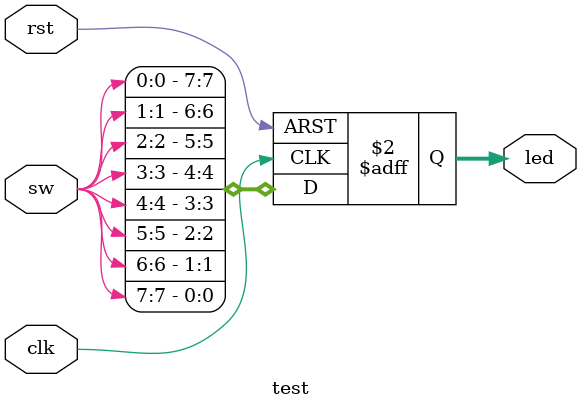
<source format=v>
module top1(
input clk,
output reg [7:0] led
);
reg [29:0] data;
always@(posedge clk) begin
	data <= data + 1;
end
always@(*) begin
	led<={data[22],data[23],data[24],data[25],data[26],data[27],data[28],data[29]};
end
endmodule


module top2(
input clk,
output reg [7:0] led
);
reg [31:0] data;
always@(posedge clk) begin
	data <= data + 1;
end
always@(*) begin
	led<={data[24],data[25],data[26],data[27],data[28],data[29],data[30],data[31]};
end
endmodule


module test (
input clk,rst,
input [7:0] sw,
output reg [7:0] led
);
always @(posedge clk or posedge rst) begin
	if (rst) led<=8'haa;
	else led<={sw[0],sw[1],sw[2],sw[3],sw[4],sw[5],sw[6],sw[7]};
end
endmodule
</source>
